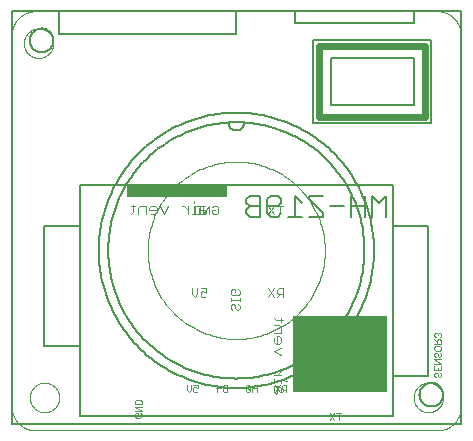
<source format=gbo>
G75*
%MOIN*%
%OFA0B0*%
%FSLAX25Y25*%
%IPPOS*%
%LPD*%
%AMOC8*
5,1,8,0,0,1.08239X$1,22.5*
%
%ADD10C,0.00000*%
%ADD11C,0.00200*%
%ADD12C,0.00500*%
%ADD13C,0.02362*%
%ADD14R,0.31496X0.25591*%
%ADD15R,0.33465X0.03937*%
%ADD16C,0.00300*%
%ADD17C,0.00600*%
%ADD18C,0.00394*%
D10*
X0009474Y0001600D02*
X0143332Y0001600D01*
X0143522Y0001602D01*
X0143712Y0001609D01*
X0143902Y0001621D01*
X0144092Y0001637D01*
X0144281Y0001657D01*
X0144470Y0001683D01*
X0144658Y0001712D01*
X0144845Y0001747D01*
X0145031Y0001786D01*
X0145216Y0001829D01*
X0145401Y0001877D01*
X0145584Y0001929D01*
X0145765Y0001985D01*
X0145945Y0002046D01*
X0146124Y0002112D01*
X0146301Y0002181D01*
X0146477Y0002255D01*
X0146650Y0002333D01*
X0146822Y0002416D01*
X0146991Y0002502D01*
X0147159Y0002592D01*
X0147324Y0002687D01*
X0147487Y0002785D01*
X0147647Y0002888D01*
X0147805Y0002994D01*
X0147960Y0003104D01*
X0148113Y0003217D01*
X0148263Y0003335D01*
X0148409Y0003456D01*
X0148553Y0003580D01*
X0148694Y0003708D01*
X0148832Y0003839D01*
X0148967Y0003974D01*
X0149098Y0004112D01*
X0149226Y0004253D01*
X0149350Y0004397D01*
X0149471Y0004543D01*
X0149589Y0004693D01*
X0149702Y0004846D01*
X0149812Y0005001D01*
X0149918Y0005159D01*
X0150021Y0005319D01*
X0150119Y0005482D01*
X0150214Y0005647D01*
X0150304Y0005815D01*
X0150390Y0005984D01*
X0150473Y0006156D01*
X0150551Y0006329D01*
X0150625Y0006505D01*
X0150694Y0006682D01*
X0150760Y0006861D01*
X0150821Y0007041D01*
X0150877Y0007222D01*
X0150929Y0007405D01*
X0150977Y0007590D01*
X0151020Y0007775D01*
X0151059Y0007961D01*
X0151094Y0008148D01*
X0151123Y0008336D01*
X0151149Y0008525D01*
X0151169Y0008714D01*
X0151185Y0008904D01*
X0151197Y0009094D01*
X0151204Y0009284D01*
X0151206Y0009474D01*
X0151206Y0133490D01*
X0151204Y0133680D01*
X0151197Y0133870D01*
X0151185Y0134060D01*
X0151169Y0134250D01*
X0151149Y0134439D01*
X0151123Y0134628D01*
X0151094Y0134816D01*
X0151059Y0135003D01*
X0151020Y0135189D01*
X0150977Y0135374D01*
X0150929Y0135559D01*
X0150877Y0135742D01*
X0150821Y0135923D01*
X0150760Y0136103D01*
X0150694Y0136282D01*
X0150625Y0136459D01*
X0150551Y0136635D01*
X0150473Y0136808D01*
X0150390Y0136980D01*
X0150304Y0137149D01*
X0150214Y0137317D01*
X0150119Y0137482D01*
X0150021Y0137645D01*
X0149918Y0137805D01*
X0149812Y0137963D01*
X0149702Y0138118D01*
X0149589Y0138271D01*
X0149471Y0138421D01*
X0149350Y0138567D01*
X0149226Y0138711D01*
X0149098Y0138852D01*
X0148967Y0138990D01*
X0148832Y0139125D01*
X0148694Y0139256D01*
X0148553Y0139384D01*
X0148409Y0139508D01*
X0148263Y0139629D01*
X0148113Y0139747D01*
X0147960Y0139860D01*
X0147805Y0139970D01*
X0147647Y0140076D01*
X0147487Y0140179D01*
X0147324Y0140277D01*
X0147159Y0140372D01*
X0146991Y0140462D01*
X0146822Y0140548D01*
X0146650Y0140631D01*
X0146477Y0140709D01*
X0146301Y0140783D01*
X0146124Y0140852D01*
X0145945Y0140918D01*
X0145765Y0140979D01*
X0145584Y0141035D01*
X0145401Y0141087D01*
X0145216Y0141135D01*
X0145031Y0141178D01*
X0144845Y0141217D01*
X0144658Y0141252D01*
X0144470Y0141281D01*
X0144281Y0141307D01*
X0144092Y0141327D01*
X0143902Y0141343D01*
X0143712Y0141355D01*
X0143522Y0141362D01*
X0143332Y0141364D01*
X0009474Y0141364D01*
X0009284Y0141362D01*
X0009094Y0141355D01*
X0008904Y0141343D01*
X0008714Y0141327D01*
X0008525Y0141307D01*
X0008336Y0141281D01*
X0008148Y0141252D01*
X0007961Y0141217D01*
X0007775Y0141178D01*
X0007590Y0141135D01*
X0007405Y0141087D01*
X0007222Y0141035D01*
X0007041Y0140979D01*
X0006861Y0140918D01*
X0006682Y0140852D01*
X0006505Y0140783D01*
X0006329Y0140709D01*
X0006156Y0140631D01*
X0005984Y0140548D01*
X0005815Y0140462D01*
X0005647Y0140372D01*
X0005482Y0140277D01*
X0005319Y0140179D01*
X0005159Y0140076D01*
X0005001Y0139970D01*
X0004846Y0139860D01*
X0004693Y0139747D01*
X0004543Y0139629D01*
X0004397Y0139508D01*
X0004253Y0139384D01*
X0004112Y0139256D01*
X0003974Y0139125D01*
X0003839Y0138990D01*
X0003708Y0138852D01*
X0003580Y0138711D01*
X0003456Y0138567D01*
X0003335Y0138421D01*
X0003217Y0138271D01*
X0003104Y0138118D01*
X0002994Y0137963D01*
X0002888Y0137805D01*
X0002785Y0137645D01*
X0002687Y0137482D01*
X0002592Y0137317D01*
X0002502Y0137149D01*
X0002416Y0136980D01*
X0002333Y0136808D01*
X0002255Y0136635D01*
X0002181Y0136459D01*
X0002112Y0136282D01*
X0002046Y0136103D01*
X0001985Y0135923D01*
X0001929Y0135742D01*
X0001877Y0135559D01*
X0001829Y0135374D01*
X0001786Y0135189D01*
X0001747Y0135003D01*
X0001712Y0134816D01*
X0001683Y0134628D01*
X0001657Y0134439D01*
X0001637Y0134250D01*
X0001621Y0134060D01*
X0001609Y0133870D01*
X0001602Y0133680D01*
X0001600Y0133490D01*
X0001600Y0009474D01*
X0001602Y0009284D01*
X0001609Y0009094D01*
X0001621Y0008904D01*
X0001637Y0008714D01*
X0001657Y0008525D01*
X0001683Y0008336D01*
X0001712Y0008148D01*
X0001747Y0007961D01*
X0001786Y0007775D01*
X0001829Y0007590D01*
X0001877Y0007405D01*
X0001929Y0007222D01*
X0001985Y0007041D01*
X0002046Y0006861D01*
X0002112Y0006682D01*
X0002181Y0006505D01*
X0002255Y0006329D01*
X0002333Y0006156D01*
X0002416Y0005984D01*
X0002502Y0005815D01*
X0002592Y0005647D01*
X0002687Y0005482D01*
X0002785Y0005319D01*
X0002888Y0005159D01*
X0002994Y0005001D01*
X0003104Y0004846D01*
X0003217Y0004693D01*
X0003335Y0004543D01*
X0003456Y0004397D01*
X0003580Y0004253D01*
X0003708Y0004112D01*
X0003839Y0003974D01*
X0003974Y0003839D01*
X0004112Y0003708D01*
X0004253Y0003580D01*
X0004397Y0003456D01*
X0004543Y0003335D01*
X0004693Y0003217D01*
X0004846Y0003104D01*
X0005001Y0002994D01*
X0005159Y0002888D01*
X0005319Y0002785D01*
X0005482Y0002687D01*
X0005647Y0002592D01*
X0005815Y0002502D01*
X0005984Y0002416D01*
X0006156Y0002333D01*
X0006329Y0002255D01*
X0006505Y0002181D01*
X0006682Y0002112D01*
X0006861Y0002046D01*
X0007041Y0001985D01*
X0007222Y0001929D01*
X0007405Y0001877D01*
X0007590Y0001829D01*
X0007775Y0001786D01*
X0007961Y0001747D01*
X0008148Y0001712D01*
X0008336Y0001683D01*
X0008525Y0001657D01*
X0008714Y0001637D01*
X0008904Y0001621D01*
X0009094Y0001609D01*
X0009284Y0001602D01*
X0009474Y0001600D01*
X0007537Y0012589D02*
X0007539Y0012729D01*
X0007545Y0012869D01*
X0007555Y0013008D01*
X0007569Y0013147D01*
X0007587Y0013286D01*
X0007608Y0013424D01*
X0007634Y0013562D01*
X0007664Y0013699D01*
X0007697Y0013834D01*
X0007735Y0013969D01*
X0007776Y0014103D01*
X0007821Y0014236D01*
X0007869Y0014367D01*
X0007922Y0014496D01*
X0007978Y0014625D01*
X0008037Y0014751D01*
X0008101Y0014876D01*
X0008167Y0014999D01*
X0008238Y0015120D01*
X0008311Y0015239D01*
X0008388Y0015356D01*
X0008469Y0015470D01*
X0008552Y0015582D01*
X0008639Y0015692D01*
X0008729Y0015800D01*
X0008821Y0015904D01*
X0008917Y0016006D01*
X0009016Y0016106D01*
X0009117Y0016202D01*
X0009221Y0016296D01*
X0009328Y0016386D01*
X0009437Y0016473D01*
X0009549Y0016558D01*
X0009663Y0016639D01*
X0009779Y0016717D01*
X0009897Y0016791D01*
X0010018Y0016862D01*
X0010140Y0016930D01*
X0010265Y0016994D01*
X0010391Y0017055D01*
X0010518Y0017112D01*
X0010648Y0017165D01*
X0010779Y0017215D01*
X0010911Y0017260D01*
X0011044Y0017303D01*
X0011179Y0017341D01*
X0011314Y0017375D01*
X0011451Y0017406D01*
X0011588Y0017433D01*
X0011726Y0017455D01*
X0011865Y0017474D01*
X0012004Y0017489D01*
X0012143Y0017500D01*
X0012283Y0017507D01*
X0012423Y0017510D01*
X0012563Y0017509D01*
X0012703Y0017504D01*
X0012842Y0017495D01*
X0012982Y0017482D01*
X0013121Y0017465D01*
X0013259Y0017444D01*
X0013397Y0017420D01*
X0013534Y0017391D01*
X0013670Y0017359D01*
X0013805Y0017322D01*
X0013939Y0017282D01*
X0014072Y0017238D01*
X0014203Y0017190D01*
X0014333Y0017139D01*
X0014462Y0017084D01*
X0014589Y0017025D01*
X0014714Y0016962D01*
X0014837Y0016897D01*
X0014959Y0016827D01*
X0015078Y0016754D01*
X0015196Y0016678D01*
X0015311Y0016599D01*
X0015424Y0016516D01*
X0015534Y0016430D01*
X0015642Y0016341D01*
X0015747Y0016249D01*
X0015850Y0016154D01*
X0015950Y0016056D01*
X0016047Y0015956D01*
X0016141Y0015852D01*
X0016233Y0015746D01*
X0016321Y0015638D01*
X0016406Y0015527D01*
X0016488Y0015413D01*
X0016567Y0015297D01*
X0016642Y0015180D01*
X0016714Y0015060D01*
X0016782Y0014938D01*
X0016847Y0014814D01*
X0016909Y0014688D01*
X0016967Y0014561D01*
X0017021Y0014432D01*
X0017072Y0014301D01*
X0017118Y0014169D01*
X0017161Y0014036D01*
X0017201Y0013902D01*
X0017236Y0013767D01*
X0017268Y0013630D01*
X0017295Y0013493D01*
X0017319Y0013355D01*
X0017339Y0013217D01*
X0017355Y0013078D01*
X0017367Y0012938D01*
X0017375Y0012799D01*
X0017379Y0012659D01*
X0017379Y0012519D01*
X0017375Y0012379D01*
X0017367Y0012240D01*
X0017355Y0012100D01*
X0017339Y0011961D01*
X0017319Y0011823D01*
X0017295Y0011685D01*
X0017268Y0011548D01*
X0017236Y0011411D01*
X0017201Y0011276D01*
X0017161Y0011142D01*
X0017118Y0011009D01*
X0017072Y0010877D01*
X0017021Y0010746D01*
X0016967Y0010617D01*
X0016909Y0010490D01*
X0016847Y0010364D01*
X0016782Y0010240D01*
X0016714Y0010118D01*
X0016642Y0009998D01*
X0016567Y0009881D01*
X0016488Y0009765D01*
X0016406Y0009651D01*
X0016321Y0009540D01*
X0016233Y0009432D01*
X0016141Y0009326D01*
X0016047Y0009222D01*
X0015950Y0009122D01*
X0015850Y0009024D01*
X0015747Y0008929D01*
X0015642Y0008837D01*
X0015534Y0008748D01*
X0015424Y0008662D01*
X0015311Y0008579D01*
X0015196Y0008500D01*
X0015078Y0008424D01*
X0014959Y0008351D01*
X0014837Y0008281D01*
X0014714Y0008216D01*
X0014589Y0008153D01*
X0014462Y0008094D01*
X0014333Y0008039D01*
X0014203Y0007988D01*
X0014072Y0007940D01*
X0013939Y0007896D01*
X0013805Y0007856D01*
X0013670Y0007819D01*
X0013534Y0007787D01*
X0013397Y0007758D01*
X0013259Y0007734D01*
X0013121Y0007713D01*
X0012982Y0007696D01*
X0012842Y0007683D01*
X0012703Y0007674D01*
X0012563Y0007669D01*
X0012423Y0007668D01*
X0012283Y0007671D01*
X0012143Y0007678D01*
X0012004Y0007689D01*
X0011865Y0007704D01*
X0011726Y0007723D01*
X0011588Y0007745D01*
X0011451Y0007772D01*
X0011314Y0007803D01*
X0011179Y0007837D01*
X0011044Y0007875D01*
X0010911Y0007918D01*
X0010779Y0007963D01*
X0010648Y0008013D01*
X0010518Y0008066D01*
X0010391Y0008123D01*
X0010265Y0008184D01*
X0010140Y0008248D01*
X0010018Y0008316D01*
X0009897Y0008387D01*
X0009779Y0008461D01*
X0009663Y0008539D01*
X0009549Y0008620D01*
X0009437Y0008705D01*
X0009328Y0008792D01*
X0009221Y0008882D01*
X0009117Y0008976D01*
X0009016Y0009072D01*
X0008917Y0009172D01*
X0008821Y0009274D01*
X0008729Y0009378D01*
X0008639Y0009486D01*
X0008552Y0009596D01*
X0008469Y0009708D01*
X0008388Y0009822D01*
X0008311Y0009939D01*
X0008238Y0010058D01*
X0008167Y0010179D01*
X0008101Y0010302D01*
X0008037Y0010427D01*
X0007978Y0010553D01*
X0007922Y0010682D01*
X0007869Y0010811D01*
X0007821Y0010942D01*
X0007776Y0011075D01*
X0007735Y0011209D01*
X0007697Y0011344D01*
X0007664Y0011479D01*
X0007634Y0011616D01*
X0007608Y0011754D01*
X0007587Y0011892D01*
X0007569Y0012031D01*
X0007555Y0012170D01*
X0007545Y0012309D01*
X0007539Y0012449D01*
X0007537Y0012589D01*
X0005586Y0130686D02*
X0005588Y0130826D01*
X0005594Y0130966D01*
X0005604Y0131105D01*
X0005618Y0131244D01*
X0005636Y0131383D01*
X0005657Y0131521D01*
X0005683Y0131659D01*
X0005713Y0131796D01*
X0005746Y0131931D01*
X0005784Y0132066D01*
X0005825Y0132200D01*
X0005870Y0132333D01*
X0005918Y0132464D01*
X0005971Y0132593D01*
X0006027Y0132722D01*
X0006086Y0132848D01*
X0006150Y0132973D01*
X0006216Y0133096D01*
X0006287Y0133217D01*
X0006360Y0133336D01*
X0006437Y0133453D01*
X0006518Y0133567D01*
X0006601Y0133679D01*
X0006688Y0133789D01*
X0006778Y0133897D01*
X0006870Y0134001D01*
X0006966Y0134103D01*
X0007065Y0134203D01*
X0007166Y0134299D01*
X0007270Y0134393D01*
X0007377Y0134483D01*
X0007486Y0134570D01*
X0007598Y0134655D01*
X0007712Y0134736D01*
X0007828Y0134814D01*
X0007946Y0134888D01*
X0008067Y0134959D01*
X0008189Y0135027D01*
X0008314Y0135091D01*
X0008440Y0135152D01*
X0008567Y0135209D01*
X0008697Y0135262D01*
X0008828Y0135312D01*
X0008960Y0135357D01*
X0009093Y0135400D01*
X0009228Y0135438D01*
X0009363Y0135472D01*
X0009500Y0135503D01*
X0009637Y0135530D01*
X0009775Y0135552D01*
X0009914Y0135571D01*
X0010053Y0135586D01*
X0010192Y0135597D01*
X0010332Y0135604D01*
X0010472Y0135607D01*
X0010612Y0135606D01*
X0010752Y0135601D01*
X0010891Y0135592D01*
X0011031Y0135579D01*
X0011170Y0135562D01*
X0011308Y0135541D01*
X0011446Y0135517D01*
X0011583Y0135488D01*
X0011719Y0135456D01*
X0011854Y0135419D01*
X0011988Y0135379D01*
X0012121Y0135335D01*
X0012252Y0135287D01*
X0012382Y0135236D01*
X0012511Y0135181D01*
X0012638Y0135122D01*
X0012763Y0135059D01*
X0012886Y0134994D01*
X0013008Y0134924D01*
X0013127Y0134851D01*
X0013245Y0134775D01*
X0013360Y0134696D01*
X0013473Y0134613D01*
X0013583Y0134527D01*
X0013691Y0134438D01*
X0013796Y0134346D01*
X0013899Y0134251D01*
X0013999Y0134153D01*
X0014096Y0134053D01*
X0014190Y0133949D01*
X0014282Y0133843D01*
X0014370Y0133735D01*
X0014455Y0133624D01*
X0014537Y0133510D01*
X0014616Y0133394D01*
X0014691Y0133277D01*
X0014763Y0133157D01*
X0014831Y0133035D01*
X0014896Y0132911D01*
X0014958Y0132785D01*
X0015016Y0132658D01*
X0015070Y0132529D01*
X0015121Y0132398D01*
X0015167Y0132266D01*
X0015210Y0132133D01*
X0015250Y0131999D01*
X0015285Y0131864D01*
X0015317Y0131727D01*
X0015344Y0131590D01*
X0015368Y0131452D01*
X0015388Y0131314D01*
X0015404Y0131175D01*
X0015416Y0131035D01*
X0015424Y0130896D01*
X0015428Y0130756D01*
X0015428Y0130616D01*
X0015424Y0130476D01*
X0015416Y0130337D01*
X0015404Y0130197D01*
X0015388Y0130058D01*
X0015368Y0129920D01*
X0015344Y0129782D01*
X0015317Y0129645D01*
X0015285Y0129508D01*
X0015250Y0129373D01*
X0015210Y0129239D01*
X0015167Y0129106D01*
X0015121Y0128974D01*
X0015070Y0128843D01*
X0015016Y0128714D01*
X0014958Y0128587D01*
X0014896Y0128461D01*
X0014831Y0128337D01*
X0014763Y0128215D01*
X0014691Y0128095D01*
X0014616Y0127978D01*
X0014537Y0127862D01*
X0014455Y0127748D01*
X0014370Y0127637D01*
X0014282Y0127529D01*
X0014190Y0127423D01*
X0014096Y0127319D01*
X0013999Y0127219D01*
X0013899Y0127121D01*
X0013796Y0127026D01*
X0013691Y0126934D01*
X0013583Y0126845D01*
X0013473Y0126759D01*
X0013360Y0126676D01*
X0013245Y0126597D01*
X0013127Y0126521D01*
X0013008Y0126448D01*
X0012886Y0126378D01*
X0012763Y0126313D01*
X0012638Y0126250D01*
X0012511Y0126191D01*
X0012382Y0126136D01*
X0012252Y0126085D01*
X0012121Y0126037D01*
X0011988Y0125993D01*
X0011854Y0125953D01*
X0011719Y0125916D01*
X0011583Y0125884D01*
X0011446Y0125855D01*
X0011308Y0125831D01*
X0011170Y0125810D01*
X0011031Y0125793D01*
X0010891Y0125780D01*
X0010752Y0125771D01*
X0010612Y0125766D01*
X0010472Y0125765D01*
X0010332Y0125768D01*
X0010192Y0125775D01*
X0010053Y0125786D01*
X0009914Y0125801D01*
X0009775Y0125820D01*
X0009637Y0125842D01*
X0009500Y0125869D01*
X0009363Y0125900D01*
X0009228Y0125934D01*
X0009093Y0125972D01*
X0008960Y0126015D01*
X0008828Y0126060D01*
X0008697Y0126110D01*
X0008567Y0126163D01*
X0008440Y0126220D01*
X0008314Y0126281D01*
X0008189Y0126345D01*
X0008067Y0126413D01*
X0007946Y0126484D01*
X0007828Y0126558D01*
X0007712Y0126636D01*
X0007598Y0126717D01*
X0007486Y0126802D01*
X0007377Y0126889D01*
X0007270Y0126979D01*
X0007166Y0127073D01*
X0007065Y0127169D01*
X0006966Y0127269D01*
X0006870Y0127371D01*
X0006778Y0127475D01*
X0006688Y0127583D01*
X0006601Y0127693D01*
X0006518Y0127805D01*
X0006437Y0127919D01*
X0006360Y0128036D01*
X0006287Y0128155D01*
X0006216Y0128276D01*
X0006150Y0128399D01*
X0006086Y0128524D01*
X0006027Y0128650D01*
X0005971Y0128779D01*
X0005918Y0128908D01*
X0005870Y0129039D01*
X0005825Y0129172D01*
X0005784Y0129306D01*
X0005746Y0129441D01*
X0005713Y0129576D01*
X0005683Y0129713D01*
X0005657Y0129851D01*
X0005636Y0129989D01*
X0005618Y0130128D01*
X0005604Y0130267D01*
X0005594Y0130406D01*
X0005588Y0130546D01*
X0005586Y0130686D01*
X0135489Y0012589D02*
X0135491Y0012729D01*
X0135497Y0012869D01*
X0135507Y0013008D01*
X0135521Y0013147D01*
X0135539Y0013286D01*
X0135560Y0013424D01*
X0135586Y0013562D01*
X0135616Y0013699D01*
X0135649Y0013834D01*
X0135687Y0013969D01*
X0135728Y0014103D01*
X0135773Y0014236D01*
X0135821Y0014367D01*
X0135874Y0014496D01*
X0135930Y0014625D01*
X0135989Y0014751D01*
X0136053Y0014876D01*
X0136119Y0014999D01*
X0136190Y0015120D01*
X0136263Y0015239D01*
X0136340Y0015356D01*
X0136421Y0015470D01*
X0136504Y0015582D01*
X0136591Y0015692D01*
X0136681Y0015800D01*
X0136773Y0015904D01*
X0136869Y0016006D01*
X0136968Y0016106D01*
X0137069Y0016202D01*
X0137173Y0016296D01*
X0137280Y0016386D01*
X0137389Y0016473D01*
X0137501Y0016558D01*
X0137615Y0016639D01*
X0137731Y0016717D01*
X0137849Y0016791D01*
X0137970Y0016862D01*
X0138092Y0016930D01*
X0138217Y0016994D01*
X0138343Y0017055D01*
X0138470Y0017112D01*
X0138600Y0017165D01*
X0138731Y0017215D01*
X0138863Y0017260D01*
X0138996Y0017303D01*
X0139131Y0017341D01*
X0139266Y0017375D01*
X0139403Y0017406D01*
X0139540Y0017433D01*
X0139678Y0017455D01*
X0139817Y0017474D01*
X0139956Y0017489D01*
X0140095Y0017500D01*
X0140235Y0017507D01*
X0140375Y0017510D01*
X0140515Y0017509D01*
X0140655Y0017504D01*
X0140794Y0017495D01*
X0140934Y0017482D01*
X0141073Y0017465D01*
X0141211Y0017444D01*
X0141349Y0017420D01*
X0141486Y0017391D01*
X0141622Y0017359D01*
X0141757Y0017322D01*
X0141891Y0017282D01*
X0142024Y0017238D01*
X0142155Y0017190D01*
X0142285Y0017139D01*
X0142414Y0017084D01*
X0142541Y0017025D01*
X0142666Y0016962D01*
X0142789Y0016897D01*
X0142911Y0016827D01*
X0143030Y0016754D01*
X0143148Y0016678D01*
X0143263Y0016599D01*
X0143376Y0016516D01*
X0143486Y0016430D01*
X0143594Y0016341D01*
X0143699Y0016249D01*
X0143802Y0016154D01*
X0143902Y0016056D01*
X0143999Y0015956D01*
X0144093Y0015852D01*
X0144185Y0015746D01*
X0144273Y0015638D01*
X0144358Y0015527D01*
X0144440Y0015413D01*
X0144519Y0015297D01*
X0144594Y0015180D01*
X0144666Y0015060D01*
X0144734Y0014938D01*
X0144799Y0014814D01*
X0144861Y0014688D01*
X0144919Y0014561D01*
X0144973Y0014432D01*
X0145024Y0014301D01*
X0145070Y0014169D01*
X0145113Y0014036D01*
X0145153Y0013902D01*
X0145188Y0013767D01*
X0145220Y0013630D01*
X0145247Y0013493D01*
X0145271Y0013355D01*
X0145291Y0013217D01*
X0145307Y0013078D01*
X0145319Y0012938D01*
X0145327Y0012799D01*
X0145331Y0012659D01*
X0145331Y0012519D01*
X0145327Y0012379D01*
X0145319Y0012240D01*
X0145307Y0012100D01*
X0145291Y0011961D01*
X0145271Y0011823D01*
X0145247Y0011685D01*
X0145220Y0011548D01*
X0145188Y0011411D01*
X0145153Y0011276D01*
X0145113Y0011142D01*
X0145070Y0011009D01*
X0145024Y0010877D01*
X0144973Y0010746D01*
X0144919Y0010617D01*
X0144861Y0010490D01*
X0144799Y0010364D01*
X0144734Y0010240D01*
X0144666Y0010118D01*
X0144594Y0009998D01*
X0144519Y0009881D01*
X0144440Y0009765D01*
X0144358Y0009651D01*
X0144273Y0009540D01*
X0144185Y0009432D01*
X0144093Y0009326D01*
X0143999Y0009222D01*
X0143902Y0009122D01*
X0143802Y0009024D01*
X0143699Y0008929D01*
X0143594Y0008837D01*
X0143486Y0008748D01*
X0143376Y0008662D01*
X0143263Y0008579D01*
X0143148Y0008500D01*
X0143030Y0008424D01*
X0142911Y0008351D01*
X0142789Y0008281D01*
X0142666Y0008216D01*
X0142541Y0008153D01*
X0142414Y0008094D01*
X0142285Y0008039D01*
X0142155Y0007988D01*
X0142024Y0007940D01*
X0141891Y0007896D01*
X0141757Y0007856D01*
X0141622Y0007819D01*
X0141486Y0007787D01*
X0141349Y0007758D01*
X0141211Y0007734D01*
X0141073Y0007713D01*
X0140934Y0007696D01*
X0140794Y0007683D01*
X0140655Y0007674D01*
X0140515Y0007669D01*
X0140375Y0007668D01*
X0140235Y0007671D01*
X0140095Y0007678D01*
X0139956Y0007689D01*
X0139817Y0007704D01*
X0139678Y0007723D01*
X0139540Y0007745D01*
X0139403Y0007772D01*
X0139266Y0007803D01*
X0139131Y0007837D01*
X0138996Y0007875D01*
X0138863Y0007918D01*
X0138731Y0007963D01*
X0138600Y0008013D01*
X0138470Y0008066D01*
X0138343Y0008123D01*
X0138217Y0008184D01*
X0138092Y0008248D01*
X0137970Y0008316D01*
X0137849Y0008387D01*
X0137731Y0008461D01*
X0137615Y0008539D01*
X0137501Y0008620D01*
X0137389Y0008705D01*
X0137280Y0008792D01*
X0137173Y0008882D01*
X0137069Y0008976D01*
X0136968Y0009072D01*
X0136869Y0009172D01*
X0136773Y0009274D01*
X0136681Y0009378D01*
X0136591Y0009486D01*
X0136504Y0009596D01*
X0136421Y0009708D01*
X0136340Y0009822D01*
X0136263Y0009939D01*
X0136190Y0010058D01*
X0136119Y0010179D01*
X0136053Y0010302D01*
X0135989Y0010427D01*
X0135930Y0010553D01*
X0135874Y0010682D01*
X0135821Y0010811D01*
X0135773Y0010942D01*
X0135728Y0011075D01*
X0135687Y0011209D01*
X0135649Y0011344D01*
X0135616Y0011479D01*
X0135586Y0011616D01*
X0135560Y0011754D01*
X0135539Y0011892D01*
X0135521Y0012031D01*
X0135507Y0012170D01*
X0135497Y0012309D01*
X0135491Y0012449D01*
X0135489Y0012589D01*
D11*
X0142448Y0019784D02*
X0142815Y0019417D01*
X0142448Y0019784D02*
X0142448Y0020517D01*
X0142815Y0020884D01*
X0143182Y0020884D01*
X0143549Y0020517D01*
X0143549Y0019784D01*
X0143916Y0019417D01*
X0144283Y0019417D01*
X0144650Y0019784D01*
X0144650Y0020517D01*
X0144283Y0020884D01*
X0144650Y0021626D02*
X0142448Y0021626D01*
X0142448Y0023094D01*
X0142448Y0023836D02*
X0144650Y0023836D01*
X0142448Y0025304D01*
X0144650Y0025304D01*
X0144283Y0026046D02*
X0143916Y0026046D01*
X0143549Y0026413D01*
X0143549Y0027147D01*
X0143182Y0027514D01*
X0142815Y0027514D01*
X0142448Y0027147D01*
X0142448Y0026413D01*
X0142815Y0026046D01*
X0144283Y0026046D02*
X0144650Y0026413D01*
X0144650Y0027147D01*
X0144283Y0027514D01*
X0144283Y0028256D02*
X0142815Y0028256D01*
X0142448Y0028623D01*
X0142448Y0029357D01*
X0142815Y0029724D01*
X0144283Y0029724D01*
X0144650Y0029357D01*
X0144650Y0028623D01*
X0144283Y0028256D01*
X0144650Y0030466D02*
X0142448Y0030466D01*
X0143182Y0030466D02*
X0143182Y0031567D01*
X0143549Y0031934D01*
X0144283Y0031934D01*
X0144650Y0031567D01*
X0144650Y0030466D01*
X0143182Y0031200D02*
X0142448Y0031934D01*
X0142815Y0032676D02*
X0142448Y0033043D01*
X0142448Y0033777D01*
X0142815Y0034144D01*
X0143182Y0034144D01*
X0143549Y0033777D01*
X0143549Y0033410D01*
X0143549Y0033777D02*
X0143916Y0034144D01*
X0144283Y0034144D01*
X0144650Y0033777D01*
X0144650Y0033043D01*
X0144283Y0032676D01*
X0144650Y0023094D02*
X0144650Y0021626D01*
X0143549Y0021626D02*
X0143549Y0022360D01*
X0111235Y0007407D02*
X0109767Y0007407D01*
X0110501Y0007407D02*
X0110501Y0005206D01*
X0109025Y0005206D02*
X0107557Y0007407D01*
X0109025Y0007407D02*
X0107557Y0005206D01*
X0093035Y0014495D02*
X0093035Y0016697D01*
X0091934Y0016697D01*
X0091568Y0016330D01*
X0091568Y0015596D01*
X0091934Y0015229D01*
X0093035Y0015229D01*
X0092301Y0015229D02*
X0091568Y0014495D01*
X0090826Y0014495D02*
X0089358Y0016697D01*
X0090826Y0016697D02*
X0089358Y0014495D01*
X0083193Y0014495D02*
X0083193Y0015963D01*
X0082459Y0016697D01*
X0081725Y0015963D01*
X0081725Y0014495D01*
X0080983Y0014862D02*
X0079515Y0016330D01*
X0079515Y0014862D01*
X0079882Y0014495D01*
X0080616Y0014495D01*
X0080983Y0014862D01*
X0080983Y0016330D01*
X0080616Y0016697D01*
X0079882Y0016697D01*
X0079515Y0016330D01*
X0081725Y0015596D02*
X0083193Y0015596D01*
X0073350Y0014495D02*
X0072249Y0014495D01*
X0071882Y0014862D01*
X0071882Y0016330D01*
X0072249Y0016697D01*
X0073350Y0016697D01*
X0073350Y0014495D01*
X0071141Y0015596D02*
X0070040Y0016697D01*
X0070040Y0014495D01*
X0069673Y0015596D02*
X0071141Y0015596D01*
X0063508Y0015596D02*
X0062774Y0015963D01*
X0062407Y0015963D01*
X0062040Y0015596D01*
X0062040Y0014862D01*
X0062407Y0014495D01*
X0063141Y0014495D01*
X0063508Y0014862D01*
X0063508Y0015596D02*
X0063508Y0016697D01*
X0062040Y0016697D01*
X0061298Y0016697D02*
X0061298Y0015229D01*
X0060564Y0014495D01*
X0059830Y0015229D01*
X0059830Y0016697D01*
X0044809Y0011418D02*
X0044809Y0010317D01*
X0042607Y0010317D01*
X0042607Y0011418D01*
X0042974Y0011785D01*
X0044442Y0011785D01*
X0044809Y0011418D01*
X0044809Y0009575D02*
X0042607Y0009575D01*
X0044809Y0008107D01*
X0042607Y0008107D01*
X0042974Y0007365D02*
X0042607Y0006998D01*
X0042607Y0006264D01*
X0042974Y0005897D01*
X0044442Y0005897D01*
X0044809Y0006264D01*
X0044809Y0006998D01*
X0044442Y0007365D01*
X0043708Y0007365D02*
X0043708Y0006631D01*
X0043708Y0007365D02*
X0042974Y0007365D01*
D12*
X0001639Y0003726D02*
X0151246Y0003726D01*
X0151246Y0141521D01*
X0076443Y0141521D01*
X0076443Y0133647D01*
X0017387Y0133647D01*
X0017387Y0141521D01*
X0007545Y0131679D02*
X0007547Y0131804D01*
X0007553Y0131929D01*
X0007563Y0132053D01*
X0007577Y0132177D01*
X0007594Y0132301D01*
X0007616Y0132424D01*
X0007642Y0132546D01*
X0007671Y0132668D01*
X0007704Y0132788D01*
X0007742Y0132907D01*
X0007782Y0133026D01*
X0007827Y0133142D01*
X0007875Y0133257D01*
X0007927Y0133371D01*
X0007983Y0133483D01*
X0008042Y0133593D01*
X0008104Y0133701D01*
X0008170Y0133808D01*
X0008239Y0133912D01*
X0008312Y0134013D01*
X0008387Y0134113D01*
X0008466Y0134210D01*
X0008548Y0134304D01*
X0008633Y0134396D01*
X0008720Y0134485D01*
X0008811Y0134571D01*
X0008904Y0134654D01*
X0009000Y0134735D01*
X0009098Y0134812D01*
X0009198Y0134886D01*
X0009301Y0134957D01*
X0009406Y0135024D01*
X0009514Y0135089D01*
X0009623Y0135149D01*
X0009734Y0135207D01*
X0009847Y0135260D01*
X0009961Y0135310D01*
X0010077Y0135357D01*
X0010194Y0135399D01*
X0010313Y0135438D01*
X0010433Y0135474D01*
X0010554Y0135505D01*
X0010676Y0135533D01*
X0010798Y0135556D01*
X0010922Y0135576D01*
X0011046Y0135592D01*
X0011170Y0135604D01*
X0011295Y0135612D01*
X0011420Y0135616D01*
X0011544Y0135616D01*
X0011669Y0135612D01*
X0011794Y0135604D01*
X0011918Y0135592D01*
X0012042Y0135576D01*
X0012166Y0135556D01*
X0012288Y0135533D01*
X0012410Y0135505D01*
X0012531Y0135474D01*
X0012651Y0135438D01*
X0012770Y0135399D01*
X0012887Y0135357D01*
X0013003Y0135310D01*
X0013117Y0135260D01*
X0013230Y0135207D01*
X0013341Y0135149D01*
X0013451Y0135089D01*
X0013558Y0135024D01*
X0013663Y0134957D01*
X0013766Y0134886D01*
X0013866Y0134812D01*
X0013964Y0134735D01*
X0014060Y0134654D01*
X0014153Y0134571D01*
X0014244Y0134485D01*
X0014331Y0134396D01*
X0014416Y0134304D01*
X0014498Y0134210D01*
X0014577Y0134113D01*
X0014652Y0134013D01*
X0014725Y0133912D01*
X0014794Y0133808D01*
X0014860Y0133701D01*
X0014922Y0133593D01*
X0014981Y0133483D01*
X0015037Y0133371D01*
X0015089Y0133257D01*
X0015137Y0133142D01*
X0015182Y0133026D01*
X0015222Y0132907D01*
X0015260Y0132788D01*
X0015293Y0132668D01*
X0015322Y0132546D01*
X0015348Y0132424D01*
X0015370Y0132301D01*
X0015387Y0132177D01*
X0015401Y0132053D01*
X0015411Y0131929D01*
X0015417Y0131804D01*
X0015419Y0131679D01*
X0015417Y0131554D01*
X0015411Y0131429D01*
X0015401Y0131305D01*
X0015387Y0131181D01*
X0015370Y0131057D01*
X0015348Y0130934D01*
X0015322Y0130812D01*
X0015293Y0130690D01*
X0015260Y0130570D01*
X0015222Y0130451D01*
X0015182Y0130332D01*
X0015137Y0130216D01*
X0015089Y0130101D01*
X0015037Y0129987D01*
X0014981Y0129875D01*
X0014922Y0129765D01*
X0014860Y0129657D01*
X0014794Y0129550D01*
X0014725Y0129446D01*
X0014652Y0129345D01*
X0014577Y0129245D01*
X0014498Y0129148D01*
X0014416Y0129054D01*
X0014331Y0128962D01*
X0014244Y0128873D01*
X0014153Y0128787D01*
X0014060Y0128704D01*
X0013964Y0128623D01*
X0013866Y0128546D01*
X0013766Y0128472D01*
X0013663Y0128401D01*
X0013558Y0128334D01*
X0013450Y0128269D01*
X0013341Y0128209D01*
X0013230Y0128151D01*
X0013117Y0128098D01*
X0013003Y0128048D01*
X0012887Y0128001D01*
X0012770Y0127959D01*
X0012651Y0127920D01*
X0012531Y0127884D01*
X0012410Y0127853D01*
X0012288Y0127825D01*
X0012166Y0127802D01*
X0012042Y0127782D01*
X0011918Y0127766D01*
X0011794Y0127754D01*
X0011669Y0127746D01*
X0011544Y0127742D01*
X0011420Y0127742D01*
X0011295Y0127746D01*
X0011170Y0127754D01*
X0011046Y0127766D01*
X0010922Y0127782D01*
X0010798Y0127802D01*
X0010676Y0127825D01*
X0010554Y0127853D01*
X0010433Y0127884D01*
X0010313Y0127920D01*
X0010194Y0127959D01*
X0010077Y0128001D01*
X0009961Y0128048D01*
X0009847Y0128098D01*
X0009734Y0128151D01*
X0009623Y0128209D01*
X0009513Y0128269D01*
X0009406Y0128334D01*
X0009301Y0128401D01*
X0009198Y0128472D01*
X0009098Y0128546D01*
X0009000Y0128623D01*
X0008904Y0128704D01*
X0008811Y0128787D01*
X0008720Y0128873D01*
X0008633Y0128962D01*
X0008548Y0129054D01*
X0008466Y0129148D01*
X0008387Y0129245D01*
X0008312Y0129345D01*
X0008239Y0129446D01*
X0008170Y0129550D01*
X0008104Y0129657D01*
X0008042Y0129765D01*
X0007983Y0129875D01*
X0007927Y0129987D01*
X0007875Y0130101D01*
X0007827Y0130216D01*
X0007782Y0130332D01*
X0007742Y0130451D01*
X0007704Y0130570D01*
X0007671Y0130690D01*
X0007642Y0130812D01*
X0007616Y0130934D01*
X0007594Y0131057D01*
X0007577Y0131181D01*
X0007563Y0131305D01*
X0007553Y0131429D01*
X0007547Y0131554D01*
X0007545Y0131679D01*
X0001639Y0141521D02*
X0001639Y0003726D01*
X0024238Y0006521D02*
X0024238Y0069868D01*
X0012269Y0069868D01*
X0012269Y0029907D01*
X0024120Y0029907D01*
X0024238Y0006521D02*
X0128569Y0006521D01*
X0128569Y0069907D01*
X0140340Y0069907D01*
X0140340Y0019907D01*
X0128608Y0019907D01*
X0137466Y0013569D02*
X0137468Y0013694D01*
X0137474Y0013819D01*
X0137484Y0013943D01*
X0137498Y0014067D01*
X0137515Y0014191D01*
X0137537Y0014314D01*
X0137563Y0014436D01*
X0137592Y0014558D01*
X0137625Y0014678D01*
X0137663Y0014797D01*
X0137703Y0014916D01*
X0137748Y0015032D01*
X0137796Y0015147D01*
X0137848Y0015261D01*
X0137904Y0015373D01*
X0137963Y0015483D01*
X0138025Y0015591D01*
X0138091Y0015698D01*
X0138160Y0015802D01*
X0138233Y0015903D01*
X0138308Y0016003D01*
X0138387Y0016100D01*
X0138469Y0016194D01*
X0138554Y0016286D01*
X0138641Y0016375D01*
X0138732Y0016461D01*
X0138825Y0016544D01*
X0138921Y0016625D01*
X0139019Y0016702D01*
X0139119Y0016776D01*
X0139222Y0016847D01*
X0139327Y0016914D01*
X0139435Y0016979D01*
X0139544Y0017039D01*
X0139655Y0017097D01*
X0139768Y0017150D01*
X0139882Y0017200D01*
X0139998Y0017247D01*
X0140115Y0017289D01*
X0140234Y0017328D01*
X0140354Y0017364D01*
X0140475Y0017395D01*
X0140597Y0017423D01*
X0140719Y0017446D01*
X0140843Y0017466D01*
X0140967Y0017482D01*
X0141091Y0017494D01*
X0141216Y0017502D01*
X0141341Y0017506D01*
X0141465Y0017506D01*
X0141590Y0017502D01*
X0141715Y0017494D01*
X0141839Y0017482D01*
X0141963Y0017466D01*
X0142087Y0017446D01*
X0142209Y0017423D01*
X0142331Y0017395D01*
X0142452Y0017364D01*
X0142572Y0017328D01*
X0142691Y0017289D01*
X0142808Y0017247D01*
X0142924Y0017200D01*
X0143038Y0017150D01*
X0143151Y0017097D01*
X0143262Y0017039D01*
X0143372Y0016979D01*
X0143479Y0016914D01*
X0143584Y0016847D01*
X0143687Y0016776D01*
X0143787Y0016702D01*
X0143885Y0016625D01*
X0143981Y0016544D01*
X0144074Y0016461D01*
X0144165Y0016375D01*
X0144252Y0016286D01*
X0144337Y0016194D01*
X0144419Y0016100D01*
X0144498Y0016003D01*
X0144573Y0015903D01*
X0144646Y0015802D01*
X0144715Y0015698D01*
X0144781Y0015591D01*
X0144843Y0015483D01*
X0144902Y0015373D01*
X0144958Y0015261D01*
X0145010Y0015147D01*
X0145058Y0015032D01*
X0145103Y0014916D01*
X0145143Y0014797D01*
X0145181Y0014678D01*
X0145214Y0014558D01*
X0145243Y0014436D01*
X0145269Y0014314D01*
X0145291Y0014191D01*
X0145308Y0014067D01*
X0145322Y0013943D01*
X0145332Y0013819D01*
X0145338Y0013694D01*
X0145340Y0013569D01*
X0145338Y0013444D01*
X0145332Y0013319D01*
X0145322Y0013195D01*
X0145308Y0013071D01*
X0145291Y0012947D01*
X0145269Y0012824D01*
X0145243Y0012702D01*
X0145214Y0012580D01*
X0145181Y0012460D01*
X0145143Y0012341D01*
X0145103Y0012222D01*
X0145058Y0012106D01*
X0145010Y0011991D01*
X0144958Y0011877D01*
X0144902Y0011765D01*
X0144843Y0011655D01*
X0144781Y0011547D01*
X0144715Y0011440D01*
X0144646Y0011336D01*
X0144573Y0011235D01*
X0144498Y0011135D01*
X0144419Y0011038D01*
X0144337Y0010944D01*
X0144252Y0010852D01*
X0144165Y0010763D01*
X0144074Y0010677D01*
X0143981Y0010594D01*
X0143885Y0010513D01*
X0143787Y0010436D01*
X0143687Y0010362D01*
X0143584Y0010291D01*
X0143479Y0010224D01*
X0143371Y0010159D01*
X0143262Y0010099D01*
X0143151Y0010041D01*
X0143038Y0009988D01*
X0142924Y0009938D01*
X0142808Y0009891D01*
X0142691Y0009849D01*
X0142572Y0009810D01*
X0142452Y0009774D01*
X0142331Y0009743D01*
X0142209Y0009715D01*
X0142087Y0009692D01*
X0141963Y0009672D01*
X0141839Y0009656D01*
X0141715Y0009644D01*
X0141590Y0009636D01*
X0141465Y0009632D01*
X0141341Y0009632D01*
X0141216Y0009636D01*
X0141091Y0009644D01*
X0140967Y0009656D01*
X0140843Y0009672D01*
X0140719Y0009692D01*
X0140597Y0009715D01*
X0140475Y0009743D01*
X0140354Y0009774D01*
X0140234Y0009810D01*
X0140115Y0009849D01*
X0139998Y0009891D01*
X0139882Y0009938D01*
X0139768Y0009988D01*
X0139655Y0010041D01*
X0139544Y0010099D01*
X0139434Y0010159D01*
X0139327Y0010224D01*
X0139222Y0010291D01*
X0139119Y0010362D01*
X0139019Y0010436D01*
X0138921Y0010513D01*
X0138825Y0010594D01*
X0138732Y0010677D01*
X0138641Y0010763D01*
X0138554Y0010852D01*
X0138469Y0010944D01*
X0138387Y0011038D01*
X0138308Y0011135D01*
X0138233Y0011235D01*
X0138160Y0011336D01*
X0138091Y0011440D01*
X0138025Y0011547D01*
X0137963Y0011655D01*
X0137904Y0011765D01*
X0137848Y0011877D01*
X0137796Y0011991D01*
X0137748Y0012106D01*
X0137703Y0012222D01*
X0137663Y0012341D01*
X0137625Y0012460D01*
X0137592Y0012580D01*
X0137563Y0012702D01*
X0137537Y0012824D01*
X0137515Y0012947D01*
X0137498Y0013071D01*
X0137484Y0013195D01*
X0137474Y0013319D01*
X0137468Y0013444D01*
X0137466Y0013569D01*
X0128569Y0069907D02*
X0128569Y0083293D01*
X0024238Y0083293D01*
X0024238Y0069868D01*
X0033686Y0061639D02*
X0033699Y0062687D01*
X0033737Y0063735D01*
X0033802Y0064781D01*
X0033892Y0065826D01*
X0034007Y0066868D01*
X0034148Y0067907D01*
X0034315Y0068942D01*
X0034507Y0069973D01*
X0034724Y0070998D01*
X0034966Y0072018D01*
X0035233Y0073032D01*
X0035525Y0074039D01*
X0035842Y0075039D01*
X0036183Y0076030D01*
X0036548Y0077013D01*
X0036938Y0077986D01*
X0037351Y0078950D01*
X0037787Y0079903D01*
X0038247Y0080845D01*
X0038730Y0081776D01*
X0039235Y0082694D01*
X0039763Y0083600D01*
X0040313Y0084492D01*
X0040885Y0085371D01*
X0041478Y0086236D01*
X0042092Y0087085D01*
X0042727Y0087920D01*
X0043382Y0088738D01*
X0044057Y0089541D01*
X0044752Y0090326D01*
X0045465Y0091094D01*
X0046198Y0091844D01*
X0046948Y0092577D01*
X0047716Y0093290D01*
X0048501Y0093985D01*
X0049304Y0094660D01*
X0050122Y0095315D01*
X0050957Y0095950D01*
X0051806Y0096564D01*
X0052671Y0097157D01*
X0053550Y0097729D01*
X0054442Y0098279D01*
X0055348Y0098807D01*
X0056266Y0099312D01*
X0057197Y0099795D01*
X0058139Y0100255D01*
X0059092Y0100691D01*
X0060056Y0101104D01*
X0061029Y0101494D01*
X0062012Y0101859D01*
X0063003Y0102200D01*
X0064003Y0102517D01*
X0065010Y0102809D01*
X0066024Y0103076D01*
X0067044Y0103318D01*
X0068069Y0103535D01*
X0069100Y0103727D01*
X0070135Y0103894D01*
X0071174Y0104035D01*
X0072216Y0104150D01*
X0073261Y0104240D01*
X0074307Y0104305D01*
X0075355Y0104343D01*
X0076403Y0104356D01*
X0077451Y0104343D01*
X0078499Y0104305D01*
X0079545Y0104240D01*
X0080590Y0104150D01*
X0081632Y0104035D01*
X0082671Y0103894D01*
X0083706Y0103727D01*
X0084737Y0103535D01*
X0085762Y0103318D01*
X0086782Y0103076D01*
X0087796Y0102809D01*
X0088803Y0102517D01*
X0089803Y0102200D01*
X0090794Y0101859D01*
X0091777Y0101494D01*
X0092750Y0101104D01*
X0093714Y0100691D01*
X0094667Y0100255D01*
X0095609Y0099795D01*
X0096540Y0099312D01*
X0097458Y0098807D01*
X0098364Y0098279D01*
X0099256Y0097729D01*
X0100135Y0097157D01*
X0101000Y0096564D01*
X0101849Y0095950D01*
X0102684Y0095315D01*
X0103502Y0094660D01*
X0104305Y0093985D01*
X0105090Y0093290D01*
X0105858Y0092577D01*
X0106608Y0091844D01*
X0107341Y0091094D01*
X0108054Y0090326D01*
X0108749Y0089541D01*
X0109424Y0088738D01*
X0110079Y0087920D01*
X0110714Y0087085D01*
X0111328Y0086236D01*
X0111921Y0085371D01*
X0112493Y0084492D01*
X0113043Y0083600D01*
X0113571Y0082694D01*
X0114076Y0081776D01*
X0114559Y0080845D01*
X0115019Y0079903D01*
X0115455Y0078950D01*
X0115868Y0077986D01*
X0116258Y0077013D01*
X0116623Y0076030D01*
X0116964Y0075039D01*
X0117281Y0074039D01*
X0117573Y0073032D01*
X0117840Y0072018D01*
X0118082Y0070998D01*
X0118299Y0069973D01*
X0118491Y0068942D01*
X0118658Y0067907D01*
X0118799Y0066868D01*
X0118914Y0065826D01*
X0119004Y0064781D01*
X0119069Y0063735D01*
X0119107Y0062687D01*
X0119120Y0061639D01*
X0119107Y0060591D01*
X0119069Y0059543D01*
X0119004Y0058497D01*
X0118914Y0057452D01*
X0118799Y0056410D01*
X0118658Y0055371D01*
X0118491Y0054336D01*
X0118299Y0053305D01*
X0118082Y0052280D01*
X0117840Y0051260D01*
X0117573Y0050246D01*
X0117281Y0049239D01*
X0116964Y0048239D01*
X0116623Y0047248D01*
X0116258Y0046265D01*
X0115868Y0045292D01*
X0115455Y0044328D01*
X0115019Y0043375D01*
X0114559Y0042433D01*
X0114076Y0041502D01*
X0113571Y0040584D01*
X0113043Y0039678D01*
X0112493Y0038786D01*
X0111921Y0037907D01*
X0111328Y0037042D01*
X0110714Y0036193D01*
X0110079Y0035358D01*
X0109424Y0034540D01*
X0108749Y0033737D01*
X0108054Y0032952D01*
X0107341Y0032184D01*
X0106608Y0031434D01*
X0105858Y0030701D01*
X0105090Y0029988D01*
X0104305Y0029293D01*
X0103502Y0028618D01*
X0102684Y0027963D01*
X0101849Y0027328D01*
X0101000Y0026714D01*
X0100135Y0026121D01*
X0099256Y0025549D01*
X0098364Y0024999D01*
X0097458Y0024471D01*
X0096540Y0023966D01*
X0095609Y0023483D01*
X0094667Y0023023D01*
X0093714Y0022587D01*
X0092750Y0022174D01*
X0091777Y0021784D01*
X0090794Y0021419D01*
X0089803Y0021078D01*
X0088803Y0020761D01*
X0087796Y0020469D01*
X0086782Y0020202D01*
X0085762Y0019960D01*
X0084737Y0019743D01*
X0083706Y0019551D01*
X0082671Y0019384D01*
X0081632Y0019243D01*
X0080590Y0019128D01*
X0079545Y0019038D01*
X0078499Y0018973D01*
X0077451Y0018935D01*
X0076403Y0018922D01*
X0075355Y0018935D01*
X0074307Y0018973D01*
X0073261Y0019038D01*
X0072216Y0019128D01*
X0071174Y0019243D01*
X0070135Y0019384D01*
X0069100Y0019551D01*
X0068069Y0019743D01*
X0067044Y0019960D01*
X0066024Y0020202D01*
X0065010Y0020469D01*
X0064003Y0020761D01*
X0063003Y0021078D01*
X0062012Y0021419D01*
X0061029Y0021784D01*
X0060056Y0022174D01*
X0059092Y0022587D01*
X0058139Y0023023D01*
X0057197Y0023483D01*
X0056266Y0023966D01*
X0055348Y0024471D01*
X0054442Y0024999D01*
X0053550Y0025549D01*
X0052671Y0026121D01*
X0051806Y0026714D01*
X0050957Y0027328D01*
X0050122Y0027963D01*
X0049304Y0028618D01*
X0048501Y0029293D01*
X0047716Y0029988D01*
X0046948Y0030701D01*
X0046198Y0031434D01*
X0045465Y0032184D01*
X0044752Y0032952D01*
X0044057Y0033737D01*
X0043382Y0034540D01*
X0042727Y0035358D01*
X0042092Y0036193D01*
X0041478Y0037042D01*
X0040885Y0037907D01*
X0040313Y0038786D01*
X0039763Y0039678D01*
X0039235Y0040584D01*
X0038730Y0041502D01*
X0038247Y0042433D01*
X0037787Y0043375D01*
X0037351Y0044328D01*
X0036938Y0045292D01*
X0036548Y0046265D01*
X0036183Y0047248D01*
X0035842Y0048239D01*
X0035525Y0049239D01*
X0035233Y0050246D01*
X0034966Y0051260D01*
X0034724Y0052280D01*
X0034507Y0053305D01*
X0034315Y0054336D01*
X0034148Y0055371D01*
X0034007Y0056410D01*
X0033892Y0057452D01*
X0033802Y0058497D01*
X0033737Y0059543D01*
X0033699Y0060591D01*
X0033686Y0061639D01*
X0030537Y0061639D02*
X0030551Y0062765D01*
X0030592Y0063890D01*
X0030661Y0065013D01*
X0030758Y0066135D01*
X0030882Y0067253D01*
X0031033Y0068369D01*
X0031212Y0069480D01*
X0031418Y0070587D01*
X0031651Y0071688D01*
X0031912Y0072784D01*
X0032198Y0073872D01*
X0032512Y0074953D01*
X0032852Y0076026D01*
X0033218Y0077091D01*
X0033610Y0078146D01*
X0034028Y0079191D01*
X0034472Y0080226D01*
X0034941Y0081249D01*
X0035434Y0082261D01*
X0035953Y0083260D01*
X0036496Y0084246D01*
X0037062Y0085219D01*
X0037653Y0086177D01*
X0038267Y0087121D01*
X0038904Y0088049D01*
X0039563Y0088961D01*
X0040245Y0089857D01*
X0040948Y0090736D01*
X0041673Y0091597D01*
X0042419Y0092441D01*
X0043185Y0093265D01*
X0043971Y0094071D01*
X0044777Y0094857D01*
X0045601Y0095623D01*
X0046445Y0096369D01*
X0047306Y0097094D01*
X0048185Y0097797D01*
X0049081Y0098479D01*
X0049993Y0099138D01*
X0050921Y0099775D01*
X0051865Y0100389D01*
X0052823Y0100980D01*
X0053796Y0101546D01*
X0054782Y0102089D01*
X0055781Y0102608D01*
X0056793Y0103101D01*
X0057816Y0103570D01*
X0058851Y0104014D01*
X0059896Y0104432D01*
X0060951Y0104824D01*
X0062016Y0105190D01*
X0063089Y0105530D01*
X0064170Y0105844D01*
X0065258Y0106130D01*
X0066354Y0106391D01*
X0067455Y0106624D01*
X0068562Y0106830D01*
X0069673Y0107009D01*
X0070789Y0107160D01*
X0071907Y0107284D01*
X0073029Y0107381D01*
X0074152Y0107450D01*
X0075277Y0107491D01*
X0076403Y0107505D01*
X0077529Y0107491D01*
X0078654Y0107450D01*
X0079777Y0107381D01*
X0080899Y0107284D01*
X0082017Y0107160D01*
X0083133Y0107009D01*
X0084244Y0106830D01*
X0085351Y0106624D01*
X0086452Y0106391D01*
X0087548Y0106130D01*
X0088636Y0105844D01*
X0089717Y0105530D01*
X0090790Y0105190D01*
X0091855Y0104824D01*
X0092910Y0104432D01*
X0093955Y0104014D01*
X0094990Y0103570D01*
X0096013Y0103101D01*
X0097025Y0102608D01*
X0098024Y0102089D01*
X0099010Y0101546D01*
X0099983Y0100980D01*
X0100941Y0100389D01*
X0101885Y0099775D01*
X0102813Y0099138D01*
X0103725Y0098479D01*
X0104621Y0097797D01*
X0105500Y0097094D01*
X0106361Y0096369D01*
X0107205Y0095623D01*
X0108029Y0094857D01*
X0108835Y0094071D01*
X0109621Y0093265D01*
X0110387Y0092441D01*
X0111133Y0091597D01*
X0111858Y0090736D01*
X0112561Y0089857D01*
X0113243Y0088961D01*
X0113902Y0088049D01*
X0114539Y0087121D01*
X0115153Y0086177D01*
X0115744Y0085219D01*
X0116310Y0084246D01*
X0116853Y0083260D01*
X0117372Y0082261D01*
X0117865Y0081249D01*
X0118334Y0080226D01*
X0118778Y0079191D01*
X0119196Y0078146D01*
X0119588Y0077091D01*
X0119954Y0076026D01*
X0120294Y0074953D01*
X0120608Y0073872D01*
X0120894Y0072784D01*
X0121155Y0071688D01*
X0121388Y0070587D01*
X0121594Y0069480D01*
X0121773Y0068369D01*
X0121924Y0067253D01*
X0122048Y0066135D01*
X0122145Y0065013D01*
X0122214Y0063890D01*
X0122255Y0062765D01*
X0122269Y0061639D01*
X0122255Y0060513D01*
X0122214Y0059388D01*
X0122145Y0058265D01*
X0122048Y0057143D01*
X0121924Y0056025D01*
X0121773Y0054909D01*
X0121594Y0053798D01*
X0121388Y0052691D01*
X0121155Y0051590D01*
X0120894Y0050494D01*
X0120608Y0049406D01*
X0120294Y0048325D01*
X0119954Y0047252D01*
X0119588Y0046187D01*
X0119196Y0045132D01*
X0118778Y0044087D01*
X0118334Y0043052D01*
X0117865Y0042029D01*
X0117372Y0041017D01*
X0116853Y0040018D01*
X0116310Y0039032D01*
X0115744Y0038059D01*
X0115153Y0037101D01*
X0114539Y0036157D01*
X0113902Y0035229D01*
X0113243Y0034317D01*
X0112561Y0033421D01*
X0111858Y0032542D01*
X0111133Y0031681D01*
X0110387Y0030837D01*
X0109621Y0030013D01*
X0108835Y0029207D01*
X0108029Y0028421D01*
X0107205Y0027655D01*
X0106361Y0026909D01*
X0105500Y0026184D01*
X0104621Y0025481D01*
X0103725Y0024799D01*
X0102813Y0024140D01*
X0101885Y0023503D01*
X0100941Y0022889D01*
X0099983Y0022298D01*
X0099010Y0021732D01*
X0098024Y0021189D01*
X0097025Y0020670D01*
X0096013Y0020177D01*
X0094990Y0019708D01*
X0093955Y0019264D01*
X0092910Y0018846D01*
X0091855Y0018454D01*
X0090790Y0018088D01*
X0089717Y0017748D01*
X0088636Y0017434D01*
X0087548Y0017148D01*
X0086452Y0016887D01*
X0085351Y0016654D01*
X0084244Y0016448D01*
X0083133Y0016269D01*
X0082017Y0016118D01*
X0080899Y0015994D01*
X0079777Y0015897D01*
X0078654Y0015828D01*
X0077529Y0015787D01*
X0076403Y0015773D01*
X0075277Y0015787D01*
X0074152Y0015828D01*
X0073029Y0015897D01*
X0071907Y0015994D01*
X0070789Y0016118D01*
X0069673Y0016269D01*
X0068562Y0016448D01*
X0067455Y0016654D01*
X0066354Y0016887D01*
X0065258Y0017148D01*
X0064170Y0017434D01*
X0063089Y0017748D01*
X0062016Y0018088D01*
X0060951Y0018454D01*
X0059896Y0018846D01*
X0058851Y0019264D01*
X0057816Y0019708D01*
X0056793Y0020177D01*
X0055781Y0020670D01*
X0054782Y0021189D01*
X0053796Y0021732D01*
X0052823Y0022298D01*
X0051865Y0022889D01*
X0050921Y0023503D01*
X0049993Y0024140D01*
X0049081Y0024799D01*
X0048185Y0025481D01*
X0047306Y0026184D01*
X0046445Y0026909D01*
X0045601Y0027655D01*
X0044777Y0028421D01*
X0043971Y0029207D01*
X0043185Y0030013D01*
X0042419Y0030837D01*
X0041673Y0031681D01*
X0040948Y0032542D01*
X0040245Y0033421D01*
X0039563Y0034317D01*
X0038904Y0035229D01*
X0038267Y0036157D01*
X0037653Y0037101D01*
X0037062Y0038059D01*
X0036496Y0039032D01*
X0035953Y0040018D01*
X0035434Y0041017D01*
X0034941Y0042029D01*
X0034472Y0043052D01*
X0034028Y0044087D01*
X0033610Y0045132D01*
X0033218Y0046187D01*
X0032852Y0047252D01*
X0032512Y0048325D01*
X0032198Y0049406D01*
X0031912Y0050494D01*
X0031651Y0051590D01*
X0031418Y0052691D01*
X0031212Y0053798D01*
X0031033Y0054909D01*
X0030882Y0056025D01*
X0030758Y0057143D01*
X0030661Y0058265D01*
X0030592Y0059388D01*
X0030551Y0060513D01*
X0030537Y0061639D01*
X0073903Y0104139D02*
X0073905Y0104041D01*
X0073911Y0103943D01*
X0073920Y0103845D01*
X0073934Y0103748D01*
X0073951Y0103651D01*
X0073972Y0103555D01*
X0073997Y0103460D01*
X0074025Y0103366D01*
X0074058Y0103274D01*
X0074093Y0103182D01*
X0074133Y0103092D01*
X0074175Y0103004D01*
X0074222Y0102917D01*
X0074271Y0102833D01*
X0074324Y0102750D01*
X0074380Y0102670D01*
X0074440Y0102591D01*
X0074502Y0102515D01*
X0074567Y0102442D01*
X0074635Y0102371D01*
X0074706Y0102303D01*
X0074779Y0102238D01*
X0074855Y0102176D01*
X0074934Y0102116D01*
X0075014Y0102060D01*
X0075097Y0102007D01*
X0075181Y0101958D01*
X0075268Y0101911D01*
X0075356Y0101869D01*
X0075446Y0101829D01*
X0075538Y0101794D01*
X0075630Y0101761D01*
X0075724Y0101733D01*
X0075819Y0101708D01*
X0075915Y0101687D01*
X0076012Y0101670D01*
X0076109Y0101656D01*
X0076207Y0101647D01*
X0076305Y0101641D01*
X0076403Y0101639D01*
X0076501Y0101641D01*
X0076599Y0101647D01*
X0076697Y0101656D01*
X0076794Y0101670D01*
X0076891Y0101687D01*
X0076987Y0101708D01*
X0077082Y0101733D01*
X0077176Y0101761D01*
X0077268Y0101794D01*
X0077360Y0101829D01*
X0077450Y0101869D01*
X0077538Y0101911D01*
X0077625Y0101958D01*
X0077709Y0102007D01*
X0077792Y0102060D01*
X0077872Y0102116D01*
X0077951Y0102176D01*
X0078027Y0102238D01*
X0078100Y0102303D01*
X0078171Y0102371D01*
X0078239Y0102442D01*
X0078304Y0102515D01*
X0078366Y0102591D01*
X0078426Y0102670D01*
X0078482Y0102750D01*
X0078535Y0102833D01*
X0078584Y0102917D01*
X0078631Y0103004D01*
X0078673Y0103092D01*
X0078713Y0103182D01*
X0078748Y0103274D01*
X0078781Y0103366D01*
X0078809Y0103460D01*
X0078834Y0103555D01*
X0078855Y0103651D01*
X0078872Y0103748D01*
X0078886Y0103845D01*
X0078895Y0103943D01*
X0078901Y0104041D01*
X0078903Y0104139D01*
X0102033Y0104120D02*
X0102033Y0131679D01*
X0141403Y0131679D01*
X0141403Y0104120D01*
X0102033Y0104120D01*
X0107939Y0110025D02*
X0107939Y0125773D01*
X0135498Y0125773D01*
X0135498Y0110025D01*
X0107939Y0110025D01*
X0096128Y0137584D02*
X0096128Y0141521D01*
X0096128Y0137584D02*
X0135498Y0137584D01*
X0135498Y0141521D01*
X0076443Y0141521D02*
X0001639Y0141521D01*
D13*
X0104002Y0129710D02*
X0104002Y0106088D01*
X0139435Y0106088D01*
X0139435Y0129710D01*
X0104002Y0129710D01*
D14*
X0110852Y0027191D03*
D15*
X0056718Y0081324D03*
D16*
X0058458Y0076262D02*
X0059075Y0076262D01*
X0060310Y0075028D01*
X0060310Y0076262D02*
X0060310Y0073793D01*
X0061531Y0073793D02*
X0062765Y0073793D01*
X0063003Y0073600D02*
X0062520Y0074084D01*
X0062520Y0076019D01*
X0063003Y0076503D01*
X0064455Y0076503D01*
X0064455Y0073600D01*
X0063003Y0073600D01*
X0062148Y0073793D02*
X0062148Y0076262D01*
X0062765Y0076262D01*
X0063979Y0075645D02*
X0063979Y0073793D01*
X0065831Y0073793D01*
X0066448Y0074410D01*
X0065831Y0075028D01*
X0063979Y0075028D01*
X0063979Y0075645D02*
X0064597Y0076262D01*
X0065831Y0076262D01*
X0065466Y0076503D02*
X0065466Y0073600D01*
X0067401Y0076503D01*
X0067401Y0073600D01*
X0068413Y0074084D02*
X0068413Y0075052D01*
X0069380Y0075052D01*
X0068413Y0076019D02*
X0068896Y0076503D01*
X0069864Y0076503D01*
X0070348Y0076019D01*
X0070348Y0074084D01*
X0069864Y0073600D01*
X0068896Y0073600D01*
X0068413Y0074084D01*
X0062148Y0077496D02*
X0062148Y0078114D01*
X0053557Y0076262D02*
X0052323Y0073793D01*
X0051088Y0076262D01*
X0049874Y0075645D02*
X0049874Y0074410D01*
X0049257Y0073793D01*
X0048023Y0073793D01*
X0047405Y0075028D02*
X0047405Y0075645D01*
X0048023Y0076262D01*
X0049257Y0076262D01*
X0049874Y0075645D01*
X0049874Y0075028D02*
X0047405Y0075028D01*
X0046191Y0073793D02*
X0046191Y0076262D01*
X0044339Y0076262D01*
X0043722Y0075645D01*
X0043722Y0073793D01*
X0041891Y0074410D02*
X0041273Y0073793D01*
X0041891Y0074410D02*
X0041891Y0076879D01*
X0042508Y0076262D02*
X0041273Y0076262D01*
X0061529Y0048944D02*
X0061529Y0047009D01*
X0062497Y0046041D01*
X0063464Y0047009D01*
X0063464Y0048944D01*
X0064476Y0048944D02*
X0066411Y0048944D01*
X0066411Y0047493D01*
X0065443Y0047976D01*
X0064959Y0047976D01*
X0064476Y0047493D01*
X0064476Y0046525D01*
X0064959Y0046041D01*
X0065927Y0046041D01*
X0066411Y0046525D01*
X0074585Y0047184D02*
X0075068Y0046700D01*
X0077003Y0046700D01*
X0077487Y0047184D01*
X0077487Y0048151D01*
X0077003Y0048635D01*
X0076036Y0048635D02*
X0076036Y0047668D01*
X0076036Y0048635D02*
X0075068Y0048635D01*
X0074585Y0048151D01*
X0074585Y0047184D01*
X0074585Y0045703D02*
X0074585Y0044736D01*
X0074585Y0045220D02*
X0077487Y0045220D01*
X0077487Y0045703D02*
X0077487Y0044736D01*
X0077003Y0043724D02*
X0077487Y0043241D01*
X0077487Y0042273D01*
X0077003Y0041789D01*
X0076520Y0041789D01*
X0076036Y0042273D01*
X0076036Y0043241D01*
X0075552Y0043724D01*
X0075068Y0043724D01*
X0074585Y0043241D01*
X0074585Y0042273D01*
X0075068Y0041789D01*
X0087120Y0046041D02*
X0089055Y0048944D01*
X0090066Y0048460D02*
X0090066Y0047493D01*
X0090550Y0047009D01*
X0092001Y0047009D01*
X0091034Y0047009D02*
X0090066Y0046041D01*
X0089055Y0046041D02*
X0087120Y0048944D01*
X0090066Y0048460D02*
X0090550Y0048944D01*
X0092001Y0048944D01*
X0092001Y0046041D01*
X0091321Y0039072D02*
X0091321Y0037838D01*
X0091938Y0038455D02*
X0089470Y0038455D01*
X0088852Y0039072D01*
X0088852Y0036623D02*
X0090704Y0036623D01*
X0091321Y0036006D01*
X0091321Y0034155D01*
X0088852Y0034155D01*
X0090087Y0032940D02*
X0090087Y0030472D01*
X0089470Y0030472D02*
X0090704Y0030472D01*
X0091321Y0031089D01*
X0091321Y0032323D01*
X0090704Y0032940D01*
X0090087Y0032940D01*
X0088852Y0032323D02*
X0088852Y0031089D01*
X0089470Y0030472D01*
X0091321Y0029257D02*
X0088852Y0028023D01*
X0091321Y0026788D01*
X0091321Y0021888D02*
X0091321Y0021270D01*
X0090087Y0020036D01*
X0091321Y0020036D02*
X0088852Y0020036D01*
X0088852Y0018815D02*
X0088852Y0017581D01*
X0088852Y0018198D02*
X0091321Y0018198D01*
X0091321Y0017581D01*
X0090704Y0016366D02*
X0088852Y0016366D01*
X0088852Y0014515D01*
X0089470Y0013897D01*
X0090087Y0014515D01*
X0090087Y0016366D01*
X0090704Y0016366D02*
X0091321Y0015749D01*
X0091321Y0014515D01*
X0092556Y0018198D02*
X0093173Y0018198D01*
X0091034Y0073600D02*
X0091034Y0076503D01*
X0092001Y0076503D02*
X0090066Y0076503D01*
X0089055Y0076503D02*
X0087120Y0073600D01*
X0089055Y0073600D02*
X0087120Y0076503D01*
D17*
X0086728Y0076346D02*
X0090231Y0076346D01*
X0091398Y0077514D01*
X0091398Y0078682D01*
X0090231Y0079849D01*
X0087895Y0079849D01*
X0086728Y0078682D01*
X0086728Y0074011D01*
X0087895Y0072843D01*
X0090231Y0072843D01*
X0091398Y0074011D01*
X0093726Y0072843D02*
X0098396Y0072843D01*
X0100724Y0072843D02*
X0105394Y0072843D01*
X0105394Y0074011D01*
X0100724Y0078682D01*
X0100724Y0079849D01*
X0105394Y0079849D01*
X0107722Y0076346D02*
X0112392Y0076346D01*
X0114720Y0076346D02*
X0119390Y0076346D01*
X0119390Y0072843D02*
X0119390Y0079849D01*
X0121718Y0079849D02*
X0121718Y0072843D01*
X0126388Y0072843D02*
X0126388Y0079849D01*
X0124053Y0077514D01*
X0121718Y0079849D01*
X0114720Y0079849D02*
X0114720Y0072843D01*
X0098396Y0077514D02*
X0096061Y0079849D01*
X0096061Y0072843D01*
X0084400Y0072843D02*
X0080897Y0072843D01*
X0079730Y0074011D01*
X0079730Y0075179D01*
X0080897Y0076346D01*
X0084400Y0076346D01*
X0080897Y0076346D02*
X0079730Y0077514D01*
X0079730Y0078682D01*
X0080897Y0079849D01*
X0084400Y0079849D01*
X0084400Y0072843D01*
D18*
X0046875Y0061639D02*
X0046884Y0062364D01*
X0046911Y0063088D01*
X0046955Y0063811D01*
X0047017Y0064533D01*
X0047097Y0065254D01*
X0047195Y0065972D01*
X0047310Y0066687D01*
X0047442Y0067400D01*
X0047592Y0068109D01*
X0047760Y0068814D01*
X0047945Y0069514D01*
X0048146Y0070211D01*
X0048365Y0070901D01*
X0048601Y0071587D01*
X0048854Y0072266D01*
X0049123Y0072939D01*
X0049408Y0073605D01*
X0049710Y0074264D01*
X0050028Y0074915D01*
X0050362Y0075558D01*
X0050711Y0076193D01*
X0051076Y0076819D01*
X0051456Y0077436D01*
X0051851Y0078044D01*
X0052261Y0078641D01*
X0052686Y0079229D01*
X0053125Y0079806D01*
X0053578Y0080371D01*
X0054044Y0080926D01*
X0054524Y0081469D01*
X0055017Y0082000D01*
X0055524Y0082518D01*
X0056042Y0083025D01*
X0056573Y0083518D01*
X0057116Y0083998D01*
X0057671Y0084464D01*
X0058236Y0084917D01*
X0058813Y0085356D01*
X0059401Y0085781D01*
X0059998Y0086191D01*
X0060606Y0086586D01*
X0061223Y0086966D01*
X0061849Y0087331D01*
X0062484Y0087680D01*
X0063127Y0088014D01*
X0063778Y0088332D01*
X0064437Y0088634D01*
X0065103Y0088919D01*
X0065776Y0089188D01*
X0066455Y0089441D01*
X0067141Y0089677D01*
X0067831Y0089896D01*
X0068528Y0090097D01*
X0069228Y0090282D01*
X0069933Y0090450D01*
X0070642Y0090600D01*
X0071355Y0090732D01*
X0072070Y0090847D01*
X0072788Y0090945D01*
X0073509Y0091025D01*
X0074231Y0091087D01*
X0074954Y0091131D01*
X0075678Y0091158D01*
X0076403Y0091167D01*
X0077128Y0091158D01*
X0077852Y0091131D01*
X0078575Y0091087D01*
X0079297Y0091025D01*
X0080018Y0090945D01*
X0080736Y0090847D01*
X0081451Y0090732D01*
X0082164Y0090600D01*
X0082873Y0090450D01*
X0083578Y0090282D01*
X0084278Y0090097D01*
X0084975Y0089896D01*
X0085665Y0089677D01*
X0086351Y0089441D01*
X0087030Y0089188D01*
X0087703Y0088919D01*
X0088369Y0088634D01*
X0089028Y0088332D01*
X0089679Y0088014D01*
X0090322Y0087680D01*
X0090957Y0087331D01*
X0091583Y0086966D01*
X0092200Y0086586D01*
X0092808Y0086191D01*
X0093405Y0085781D01*
X0093993Y0085356D01*
X0094570Y0084917D01*
X0095135Y0084464D01*
X0095690Y0083998D01*
X0096233Y0083518D01*
X0096764Y0083025D01*
X0097282Y0082518D01*
X0097789Y0082000D01*
X0098282Y0081469D01*
X0098762Y0080926D01*
X0099228Y0080371D01*
X0099681Y0079806D01*
X0100120Y0079229D01*
X0100545Y0078641D01*
X0100955Y0078044D01*
X0101350Y0077436D01*
X0101730Y0076819D01*
X0102095Y0076193D01*
X0102444Y0075558D01*
X0102778Y0074915D01*
X0103096Y0074264D01*
X0103398Y0073605D01*
X0103683Y0072939D01*
X0103952Y0072266D01*
X0104205Y0071587D01*
X0104441Y0070901D01*
X0104660Y0070211D01*
X0104861Y0069514D01*
X0105046Y0068814D01*
X0105214Y0068109D01*
X0105364Y0067400D01*
X0105496Y0066687D01*
X0105611Y0065972D01*
X0105709Y0065254D01*
X0105789Y0064533D01*
X0105851Y0063811D01*
X0105895Y0063088D01*
X0105922Y0062364D01*
X0105931Y0061639D01*
X0105922Y0060914D01*
X0105895Y0060190D01*
X0105851Y0059467D01*
X0105789Y0058745D01*
X0105709Y0058024D01*
X0105611Y0057306D01*
X0105496Y0056591D01*
X0105364Y0055878D01*
X0105214Y0055169D01*
X0105046Y0054464D01*
X0104861Y0053764D01*
X0104660Y0053067D01*
X0104441Y0052377D01*
X0104205Y0051691D01*
X0103952Y0051012D01*
X0103683Y0050339D01*
X0103398Y0049673D01*
X0103096Y0049014D01*
X0102778Y0048363D01*
X0102444Y0047720D01*
X0102095Y0047085D01*
X0101730Y0046459D01*
X0101350Y0045842D01*
X0100955Y0045234D01*
X0100545Y0044637D01*
X0100120Y0044049D01*
X0099681Y0043472D01*
X0099228Y0042907D01*
X0098762Y0042352D01*
X0098282Y0041809D01*
X0097789Y0041278D01*
X0097282Y0040760D01*
X0096764Y0040253D01*
X0096233Y0039760D01*
X0095690Y0039280D01*
X0095135Y0038814D01*
X0094570Y0038361D01*
X0093993Y0037922D01*
X0093405Y0037497D01*
X0092808Y0037087D01*
X0092200Y0036692D01*
X0091583Y0036312D01*
X0090957Y0035947D01*
X0090322Y0035598D01*
X0089679Y0035264D01*
X0089028Y0034946D01*
X0088369Y0034644D01*
X0087703Y0034359D01*
X0087030Y0034090D01*
X0086351Y0033837D01*
X0085665Y0033601D01*
X0084975Y0033382D01*
X0084278Y0033181D01*
X0083578Y0032996D01*
X0082873Y0032828D01*
X0082164Y0032678D01*
X0081451Y0032546D01*
X0080736Y0032431D01*
X0080018Y0032333D01*
X0079297Y0032253D01*
X0078575Y0032191D01*
X0077852Y0032147D01*
X0077128Y0032120D01*
X0076403Y0032111D01*
X0075678Y0032120D01*
X0074954Y0032147D01*
X0074231Y0032191D01*
X0073509Y0032253D01*
X0072788Y0032333D01*
X0072070Y0032431D01*
X0071355Y0032546D01*
X0070642Y0032678D01*
X0069933Y0032828D01*
X0069228Y0032996D01*
X0068528Y0033181D01*
X0067831Y0033382D01*
X0067141Y0033601D01*
X0066455Y0033837D01*
X0065776Y0034090D01*
X0065103Y0034359D01*
X0064437Y0034644D01*
X0063778Y0034946D01*
X0063127Y0035264D01*
X0062484Y0035598D01*
X0061849Y0035947D01*
X0061223Y0036312D01*
X0060606Y0036692D01*
X0059998Y0037087D01*
X0059401Y0037497D01*
X0058813Y0037922D01*
X0058236Y0038361D01*
X0057671Y0038814D01*
X0057116Y0039280D01*
X0056573Y0039760D01*
X0056042Y0040253D01*
X0055524Y0040760D01*
X0055017Y0041278D01*
X0054524Y0041809D01*
X0054044Y0042352D01*
X0053578Y0042907D01*
X0053125Y0043472D01*
X0052686Y0044049D01*
X0052261Y0044637D01*
X0051851Y0045234D01*
X0051456Y0045842D01*
X0051076Y0046459D01*
X0050711Y0047085D01*
X0050362Y0047720D01*
X0050028Y0048363D01*
X0049710Y0049014D01*
X0049408Y0049673D01*
X0049123Y0050339D01*
X0048854Y0051012D01*
X0048601Y0051691D01*
X0048365Y0052377D01*
X0048146Y0053067D01*
X0047945Y0053764D01*
X0047760Y0054464D01*
X0047592Y0055169D01*
X0047442Y0055878D01*
X0047310Y0056591D01*
X0047195Y0057306D01*
X0047097Y0058024D01*
X0047017Y0058745D01*
X0046955Y0059467D01*
X0046911Y0060190D01*
X0046884Y0060914D01*
X0046875Y0061639D01*
M02*

</source>
